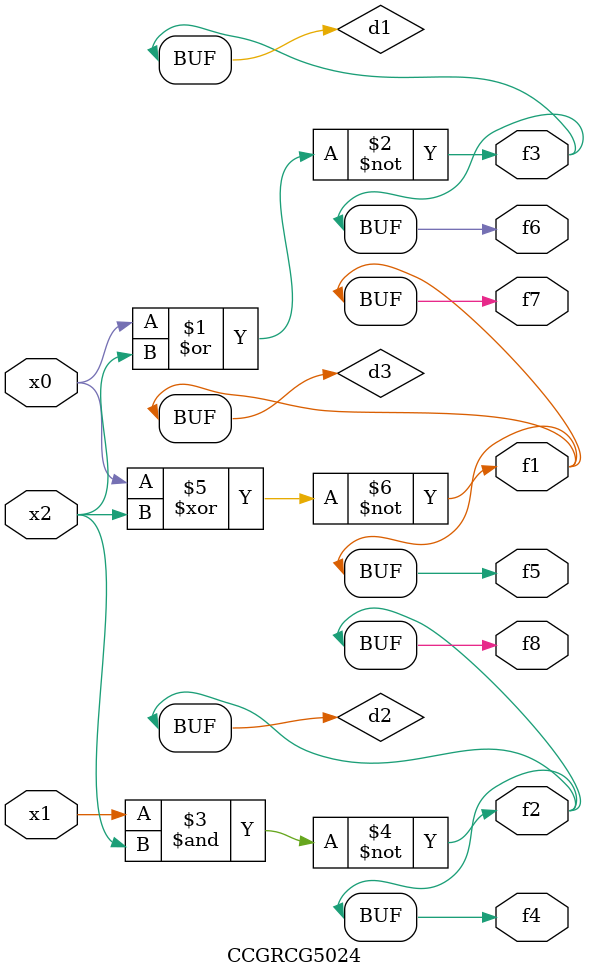
<source format=v>
module CCGRCG5024(
	input x0, x1, x2,
	output f1, f2, f3, f4, f5, f6, f7, f8
);

	wire d1, d2, d3;

	nor (d1, x0, x2);
	nand (d2, x1, x2);
	xnor (d3, x0, x2);
	assign f1 = d3;
	assign f2 = d2;
	assign f3 = d1;
	assign f4 = d2;
	assign f5 = d3;
	assign f6 = d1;
	assign f7 = d3;
	assign f8 = d2;
endmodule

</source>
